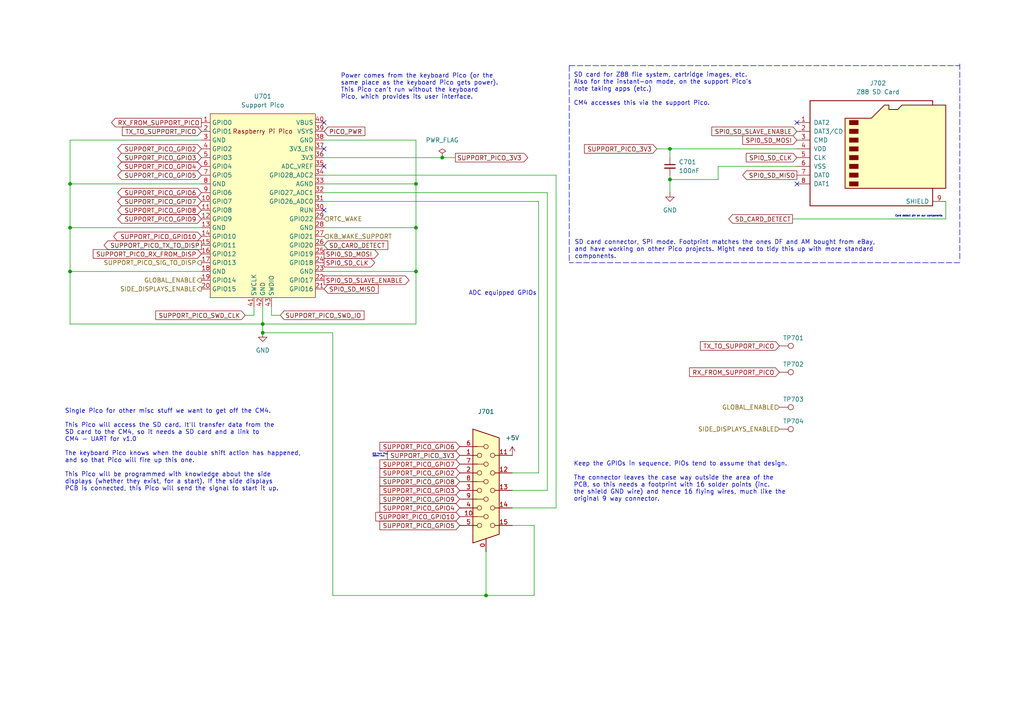
<source format=kicad_sch>
(kicad_sch (version 20231120) (generator "eeschema") (generator_version "8.0")
  (paper "A4")
  (title_block (title "Z88R - Z88 Recreated") (date "2024-08-23") (rev "20240823") (company "Fountain and Menadue"))
  (lib_symbols
    (symbol "Connector:DE15_Receptacle_HighDensity_MountingHoles" (pin_names (offset 1.016) hide)
      (property "Reference" "J" (at 0 21.59 0))
      (property "Value" "DE15_Receptacle_HighDensity_MountingHoles" (at 0 19.05 0))
      (symbol "DE15_Receptacle_HighDensity_MountingHoles_0_1"
        (circle (center -1.905 -10.16) (radius 0.635))
        (circle (center -1.905 -5.08) (radius 0.635))
        (circle (center -1.905 0) (radius 0.635))
        (circle (center -1.905 5.08) (radius 0.635))
        (circle (center -1.905 10.16) (radius 0.635))
        (circle (center 0 -7.62) (radius 0.635))
        (circle (center 0 -2.54) (radius 0.635))
        (polyline (pts (xy -3.175 7.62) (xy -0.635 7.62)))
        (polyline (pts (xy -0.635 -7.62) (xy -3.175 -7.62)))
        (polyline (pts (xy -0.635 -2.54) (xy -3.175 -2.54)))
        (polyline (pts (xy -0.635 2.54) (xy -3.175 2.54)))
        (polyline (pts (xy -0.635 12.7) (xy -3.175 12.7)))
        (polyline (pts (xy -3.81 17.78) (xy -3.81 -15.24) (xy 3.81 -12.7) (xy 3.81 15.24) (xy -3.81 17.78)) (stroke (width 0.254)) (fill (type background)))
        (circle (center 0 2.54) (radius 0.635))
        (circle (center 0 7.62) (radius 0.635))
        (circle (center 0 12.7) (radius 0.635))
        (circle (center 1.905 -10.16) (radius 0.635))
        (circle (center 1.905 -5.08) (radius 0.635))
        (circle (center 1.905 0) (radius 0.635))
        (circle (center 1.905 5.08) (radius 0.635))
        (circle (center 1.905 10.16) (radius 0.635))
      )
      (symbol "DE15_Receptacle_HighDensity_MountingHoles_1_1"
        (pin passive line (at 0 -17.78 90) (length 3.81) (name "~") (number "0"))
        (pin passive line (at -7.62 10.16 0) (length 5.08) (name "~") (number "1"))
        (pin passive line (at -7.62 -7.62 0) (length 5.08) (name "~") (number "10"))
        (pin passive line (at 7.62 10.16 180) (length 5.08) (name "~") (number "11"))
        (pin passive line (at 7.62 5.08 180) (length 5.08) (name "~") (number "12"))
        (pin passive line (at 7.62 0 180) (length 5.08) (name "~") (number "13"))
        (pin passive line (at 7.62 -5.08 180) (length 5.08) (name "~") (number "14"))
        (pin passive line (at 7.62 -10.16 180) (length 5.08) (name "~") (number "15"))
        (pin passive line (at -7.62 5.08 0) (length 5.08) (name "~") (number "2"))
        (pin passive line (at -7.62 0 0) (length 5.08) (name "~") (number "3"))
        (pin passive line (at -7.62 -5.08 0) (length 5.08) (name "~") (number "4"))
        (pin passive line (at -7.62 -10.16 0) (length 5.08) (name "~") (number "5"))
        (pin passive line (at -7.62 12.7 0) (length 5.08) (name "~") (number "6"))
        (pin passive line (at -7.62 7.62 0) (length 5.08) (name "~") (number "7"))
        (pin passive line (at -7.62 2.54 0) (length 5.08) (name "~") (number "8"))
        (pin passive line (at -7.62 -2.54 0) (length 5.08) (name "~") (number "9"))
      )
    )
    (symbol "Connector:Micro_SD_Card" (pin_names (offset 1.016))
      (property "Reference" "J" (at -16.51 15.24 0))
      (property "Value" "Micro_SD_Card" (at 16.51 15.24 0))
      (symbol "Micro_SD_Card_0_1"
        (rectangle (start -7.62 -9.525) (end -5.08 -10.795) (fill (type outline)))
        (rectangle (start -7.62 -6.985) (end -5.08 -8.255) (fill (type outline)))
        (rectangle (start -7.62 -4.445) (end -5.08 -5.715) (fill (type outline)))
        (rectangle (start -7.62 -1.905) (end -5.08 -3.175) (fill (type outline)))
        (rectangle (start -7.62 0.635) (end -5.08 -0.635) (fill (type outline)))
        (rectangle (start -7.62 3.175) (end -5.08 1.905) (fill (type outline)))
        (rectangle (start -7.62 5.715) (end -5.08 4.445) (fill (type outline)))
        (rectangle (start -7.62 8.255) (end -5.08 6.985) (fill (type outline)))
        (polyline (pts (xy 16.51 12.7) (xy 16.51 13.97) (xy -19.05 13.97) (xy -19.05 -16.51) (xy 16.51 -16.51) (xy 16.51 -11.43)) (stroke (width 0.254)))
        (polyline (pts (xy -8.89 -11.43) (xy -8.89 8.89) (xy -1.27 8.89) (xy 2.54 12.7) (xy 3.81 12.7) (xy 3.81 11.43) (xy 6.35 11.43) (xy 7.62 12.7) (xy 20.32 12.7) (xy 20.32 -11.43) (xy -8.89 -11.43)) (stroke (width 0.254)) (fill (type background)))
      )
      (symbol "Micro_SD_Card_1_1"
        (pin bidirectional line (at -22.86 7.62 0) (length 3.81) (name "DAT2") (number "1"))
        (pin bidirectional line (at -22.86 5.08 0) (length 3.81) (name "DAT3/CD") (number "2"))
        (pin input line (at -22.86 2.54 0) (length 3.81) (name "CMD") (number "3"))
        (pin power_in line (at -22.86 0 0) (length 3.81) (name "VDD") (number "4"))
        (pin input line (at -22.86 -2.54 0) (length 3.81) (name "CLK") (number "5"))
        (pin power_in line (at -22.86 -5.08 0) (length 3.81) (name "VSS") (number "6"))
        (pin bidirectional line (at -22.86 -7.62 0) (length 3.81) (name "DAT0") (number "7"))
        (pin bidirectional line (at -22.86 -10.16 0) (length 3.81) (name "DAT1") (number "8"))
        (pin passive line (at 20.32 -15.24 180) (length 3.81) (name "SHIELD") (number "9"))
      )
    )
    (symbol "Connector:TestPoint" (pin_numbers hide) (pin_names (offset 0.762) hide)
      (property "Reference" "TP" (at 0 6.858 0))
      (property "Value" "TestPoint" (at 0 5.08 0))
      (symbol "TestPoint_0_1"
        (circle (center 0 3.302) (radius 0.762))
      )
      (symbol "TestPoint_1_1"
        (pin passive line (at 0 0 90) (length 2.54) (name "1") (number "1"))
      )
    )
    (symbol "Device:C_Small" (pin_numbers hide) (pin_names (offset 0.254) hide)
      (property "Reference" "C" (at 0.254 1.778 0))
      (property "Value" "C_Small" (at 0.254 -2.032 0))
      (symbol "C_Small_0_1"
        (polyline (pts (xy -1.524 -0.508) (xy 1.524 -0.508)) (stroke (width 0.3302)))
        (polyline (pts (xy -1.524 0.508) (xy 1.524 0.508)) (stroke (width 0.3048)))
      )
      (symbol "C_Small_1_1"
        (pin passive line (at 0 2.54 270) (length 2.032) (name "~") (number "1"))
        (pin passive line (at 0 -2.54 90) (length 2.032) (name "~") (number "2"))
      )
    )
    (symbol "RP Pico:Pico"
      (property "Reference" "U" (at -13.97 27.94 0))
      (property "Value" "Pico" (at 0 19.05 0))
      (symbol "Pico_0_0"
        (text "Raspberry Pi Pico" (at 0 21.59 0) (effects (font (size 1.27 1.27))))
      )
      (symbol "Pico_0_1"
        (rectangle (start -15.24 26.67) (end 15.24 -26.67) (fill (type background)))
      )
      (symbol "Pico_1_1"
        (pin bidirectional line (at -17.78 24.13 0) (length 2.54) (name "GPIO0") (number "1"))
        (pin bidirectional line (at -17.78 1.27 0) (length 2.54) (name "GPIO7") (number "10"))
        (pin bidirectional line (at -17.78 -1.27 0) (length 2.54) (name "GPIO8") (number "11"))
        (pin bidirectional line (at -17.78 -3.81 0) (length 2.54) (name "GPIO9") (number "12"))
        (pin power_in line (at -17.78 -6.35 0) (length 2.54) (name "GND") (number "13"))
        (pin bidirectional line (at -17.78 -8.89 0) (length 2.54) (name "GPIO10") (number "14"))
        (pin bidirectional line (at -17.78 -11.43 0) (length 2.54) (name "GPIO11") (number "15"))
        (pin bidirectional line (at -17.78 -13.97 0) (length 2.54) (name "GPIO12") (number "16"))
        (pin bidirectional line (at -17.78 -16.51 0) (length 2.54) (name "GPIO13") (number "17"))
        (pin power_in line (at -17.78 -19.05 0) (length 2.54) (name "GND") (number "18"))
        (pin bidirectional line (at -17.78 -21.59 0) (length 2.54) (name "GPIO14") (number "19"))
        (pin bidirectional line (at -17.78 21.59 0) (length 2.54) (name "GPIO1") (number "2"))
        (pin bidirectional line (at -17.78 -24.13 0) (length 2.54) (name "GPIO15") (number "20"))
        (pin bidirectional line (at 17.78 -24.13 180) (length 2.54) (name "GPIO16") (number "21"))
        (pin bidirectional line (at 17.78 -21.59 180) (length 2.54) (name "GPIO17") (number "22"))
        (pin power_in line (at 17.78 -19.05 180) (length 2.54) (name "GND") (number "23"))
        (pin bidirectional line (at 17.78 -16.51 180) (length 2.54) (name "GPIO18") (number "24"))
        (pin bidirectional line (at 17.78 -13.97 180) (length 2.54) (name "GPIO19") (number "25"))
        (pin bidirectional line (at 17.78 -11.43 180) (length 2.54) (name "GPIO20") (number "26"))
        (pin bidirectional line (at 17.78 -8.89 180) (length 2.54) (name "GPIO21") (number "27"))
        (pin power_in line (at 17.78 -6.35 180) (length 2.54) (name "GND") (number "28"))
        (pin bidirectional line (at 17.78 -3.81 180) (length 2.54) (name "GPIO22") (number "29"))
        (pin power_in line (at -17.78 19.05 0) (length 2.54) (name "GND") (number "3"))
        (pin input line (at 17.78 -1.27 180) (length 2.54) (name "RUN") (number "30"))
        (pin bidirectional line (at 17.78 1.27 180) (length 2.54) (name "GPIO26_ADC0") (number "31"))
        (pin bidirectional line (at 17.78 3.81 180) (length 2.54) (name "GPIO27_ADC1") (number "32"))
        (pin power_in line (at 17.78 6.35 180) (length 2.54) (name "AGND") (number "33"))
        (pin bidirectional line (at 17.78 8.89 180) (length 2.54) (name "GPIO28_ADC2") (number "34"))
        (pin power_in line (at 17.78 11.43 180) (length 2.54) (name "ADC_VREF") (number "35"))
        (pin power_in line (at 17.78 13.97 180) (length 2.54) (name "3V3") (number "36"))
        (pin input line (at 17.78 16.51 180) (length 2.54) (name "3V3_EN") (number "37"))
        (pin bidirectional line (at 17.78 19.05 180) (length 2.54) (name "GND") (number "38"))
        (pin power_in line (at 17.78 21.59 180) (length 2.54) (name "VSYS") (number "39"))
        (pin bidirectional line (at -17.78 16.51 0) (length 2.54) (name "GPIO2") (number "4"))
        (pin power_in line (at 17.78 24.13 180) (length 2.54) (name "VBUS") (number "40"))
        (pin input line (at -2.54 -29.21 90) (length 2.54) (name "SWCLK") (number "41"))
        (pin power_in line (at 0 -29.21 90) (length 2.54) (name "GND") (number "42"))
        (pin bidirectional line (at 2.54 -29.21 90) (length 2.54) (name "SWDIO") (number "43"))
        (pin bidirectional line (at -17.78 13.97 0) (length 2.54) (name "GPIO3") (number "5"))
        (pin bidirectional line (at -17.78 11.43 0) (length 2.54) (name "GPIO4") (number "6"))
        (pin bidirectional line (at -17.78 8.89 0) (length 2.54) (name "GPIO5") (number "7"))
        (pin power_in line (at -17.78 6.35 0) (length 2.54) (name "GND") (number "8"))
        (pin bidirectional line (at -17.78 3.81 0) (length 2.54) (name "GPIO6") (number "9"))
      )
    )
    (symbol "power:+5V" (power) (pin_numbers hide) (pin_names (offset 0) hide)
      (property "Value" "+5V" (at 0 3.556 0))
      (symbol "+5V_0_1"
        (polyline (pts (xy -0.762 1.27) (xy 0 2.54)))
        (polyline (pts (xy 0 0) (xy 0 2.54)))
        (polyline (pts (xy 0 2.54) (xy 0.762 1.27)))
      )
      (symbol "+5V_1_1"
        (pin power_in line (at 0 0 90) (length 0) (name "~") (number "1"))
      )
    )
    (symbol "power:GND" (power) (pin_numbers hide) (pin_names (offset 0) hide)
      (property "Value" "GND" (at 0 -3.81 0))
      (symbol "GND_0_1"
        (polyline (pts (xy 0 0) (xy 0 -1.27) (xy 1.27 -1.27) (xy 0 -2.54) (xy -1.27 -1.27) (xy 0 -1.27)))
      )
      (symbol "GND_1_1"
        (pin power_in line (at 0 0 270) (length 0) (name "~") (number "1"))
      )
    )
    (symbol "power:PWR_FLAG" (power) (pin_numbers hide) (pin_names (offset 0) hide)
      (property "Value" "PWR_FLAG" (at 0 3.81 0))
      (symbol "PWR_FLAG_0_0"
        (pin power_out line (at 0 0 90) (length 0) (name "~") (number "1"))
      )
      (symbol "PWR_FLAG_0_1"
        (polyline (pts (xy 0 0) (xy 0 1.27) (xy -1.016 1.905) (xy 0 2.54) (xy 1.016 1.905) (xy 0 1.27)))
      )
    )
  )
  (junction (at 194.31 43.18))
  (junction (at 76.2 96.52))
  (junction (at 20.32 78.74))
  (junction (at 194.31 52.07))
  (junction (at 20.32 66.04))
  (junction (at 76.2 93.98))
  (junction (at 140.97 172.72))
  (junction (at 120.65 66.04))
  (junction (at 128.27 45.72))
  (junction (at 20.32 53.34))
  (junction (at 120.65 53.34))
  (junction (at 120.65 78.74))
  (no_connect (at 93.98 35.56))
  (no_connect (at 93.98 43.18))
  (no_connect (at 93.98 48.26))
  (no_connect (at 231.14 53.34))
  (no_connect (at 231.14 35.56))
  (no_connect (at 93.98 60.96))
  (wire (pts (xy 194.31 45.72) (xy 194.31 43.18)))
  (wire (pts (xy 120.65 66.04) (xy 120.65 78.74)))
  (wire (pts (xy 93.98 55.88) (xy 158.75 55.88)))
  (wire (pts (xy 140.97 160.02) (xy 140.97 172.72)))
  (wire (pts (xy 76.2 96.52) (xy 96.52 96.52)))
  (wire (pts (xy 161.29 50.8) (xy 161.29 147.32)))
  (polyline (pts (xy 165.1 19.05) (xy 278.384 19.05)) (stroke (width 0) (type dash)))
  (wire (pts (xy 73.66 91.44) (xy 73.66 88.9)))
  (wire (pts (xy 93.98 40.64) (xy 120.65 40.64)))
  (wire (pts (xy 274.32 63.5) (xy 274.32 58.42)))
  (wire (pts (xy 93.98 58.42) (xy 156.21 58.42)))
  (wire (pts (xy 76.2 93.98) (xy 76.2 96.52)))
  (polyline (pts (xy 278.384 76.2) (xy 165.1 76.2)) (stroke (width 0) (type dash)))
  (wire (pts (xy 154.94 172.72) (xy 154.94 152.4)))
  (wire (pts (xy 96.52 172.72) (xy 140.97 172.72)))
  (wire (pts (xy 148.59 147.32) (xy 161.29 147.32)))
  (wire (pts (xy 158.75 55.88) (xy 158.75 142.24)))
  (wire (pts (xy 132.08 45.72) (xy 128.27 45.72)))
  (wire (pts (xy 154.94 152.4) (xy 148.59 152.4)))
  (wire (pts (xy 93.98 45.72) (xy 128.27 45.72)))
  (polyline (pts (xy 165.1 19.05) (xy 165.1 76.2)) (stroke (width 0) (type dash)))
  (wire (pts (xy 208.28 52.07) (xy 194.31 52.07)))
  (wire (pts (xy 20.32 93.98) (xy 76.2 93.98)))
  (wire (pts (xy 76.2 88.9) (xy 76.2 93.98)))
  (wire (pts (xy 208.28 48.26) (xy 208.28 52.07)))
  (wire (pts (xy 96.52 96.52) (xy 96.52 172.72)))
  (wire (pts (xy 71.12 91.44) (xy 73.66 91.44)))
  (wire (pts (xy 58.42 40.64) (xy 20.32 40.64)))
  (wire (pts (xy 140.97 172.72) (xy 154.94 172.72)))
  (wire (pts (xy 20.32 78.74) (xy 58.42 78.74)))
  (wire (pts (xy 93.98 53.34) (xy 120.65 53.34)))
  (wire (pts (xy 156.21 58.42) (xy 156.21 137.16)))
  (wire (pts (xy 93.98 78.74) (xy 120.65 78.74)))
  (wire (pts (xy 194.31 52.07) (xy 194.31 50.8)))
  (wire (pts (xy 208.28 48.26) (xy 231.14 48.26)))
  (wire (pts (xy 229.87 63.5) (xy 274.32 63.5)))
  (wire (pts (xy 20.32 78.74) (xy 20.32 93.98)))
  (wire (pts (xy 20.32 66.04) (xy 58.42 66.04)))
  (wire (pts (xy 156.21 137.16) (xy 148.59 137.16)))
  (wire (pts (xy 81.28 91.44) (xy 78.74 91.44)))
  (polyline (pts (xy 185.42 22.86) (xy 185.42 22.86)) (stroke (width 0) (type dash)))
  (wire (pts (xy 20.32 53.34) (xy 20.32 66.04)))
  (wire (pts (xy 20.32 66.04) (xy 20.32 78.74)))
  (wire (pts (xy 78.74 91.44) (xy 78.74 88.9)))
  (wire (pts (xy 76.2 93.98) (xy 120.65 93.98)))
  (wire (pts (xy 158.75 142.24) (xy 148.59 142.24)))
  (wire (pts (xy 93.98 50.8) (xy 161.29 50.8)))
  (wire (pts (xy 120.65 78.74) (xy 120.65 93.98)))
  (wire (pts (xy 190.5 43.18) (xy 194.31 43.18)))
  (polyline (pts (xy 278.384 18.542) (xy 278.384 75.692)) (stroke (width 0) (type dash)))
  (wire (pts (xy 194.31 43.18) (xy 231.14 43.18)))
  (wire (pts (xy 194.31 55.88) (xy 194.31 52.07)))
  (wire (pts (xy 120.65 53.34) (xy 120.65 66.04)))
  (wire (pts (xy 93.98 66.04) (xy 120.65 66.04)))
  (wire (pts (xy 120.65 40.64) (xy 120.65 53.34)))
  (wire (pts (xy 20.32 53.34) (xy 58.42 53.34)))
  (wire (pts (xy 20.32 40.64) (xy 20.32 53.34)))
  (text "SD card for Z88 file system, cartridge images, etc.\nAlso for the instant-on mode, on the support Pico's\nnote taking apps (etc.)\n\nCM4 accesses this via the support Pico." (at 166.37 25.908 0) (effects (font (size 1.27 1.27)) (justify left)))
  (text "ADC equipped GPIOs" (at 135.89 85.09 0) (effects (font (size 1.27 1.27)) (justify left)))
  (text "Power comes from the keyboard Pico (or the\nsame place as the keyboard Pico gets power).\nThis Pico can't run without the keyboard\nPico, which provides its user interface." (at 98.806 25.146 0) (effects (font (size 1.27 1.27)) (justify left)))
  (text "Keep the GPIOs in sequence, PIOs tend to assume that design.\n\nThe connector leaves the case way outside the area of the\nPCB, so this needs a footprint with 16 solder points (inc.\nthe shield GND wire) and hence 16 flying wires, much like the\noriginal 9 way connector." (at 166.37 139.7 0) (effects (font (size 1.27 1.27)) (justify left)))
  (text "3V3 from Pico,\n300mA max" (at 107.95 132.08 0) (effects (font (size 0.4 0.4)) (justify left)))
  (text "Card detect pin on our components" (at 259.588 62.738 0) (effects (font (size 0.5 0.5)) (justify left)))
  (text "Single Pico for other misc stuff we want to get off the CM4.\n\nThis Pico will access the SD card. It'll transfer data from the\nSD card to the CM4, so it needs a SD card and a link to\nCM4 - UART for v1.0\n\nThe keyboard Pico knows when the double shift action has happened,\nand so that Pico will fire up this one.\n\nThis Pico will be programmed with knowledge about the side\ndisplays (whether they exist, for a start). If the side displays\nPCB is connected, this Pico will send the signal to start it up." (at 18.796 130.556 0) (effects (font (size 1.27 1.27)) (justify left)))
  (text "SD card connector, SPI mode. Footprint matches the ones DF and AM bought from eBay,\nand have working on other Pico projects. Might need to tidy this up with more standard\ncomponents." (at 166.624 75.184 0) (effects (font (size 1.27 1.27)) (justify left bottom)))
  (global_label "TX_TO_SUPPORT_PICO" (shape input) (at 226.06 100.33 180) (property "Intersheetrefs" "${INTERSHEET_REFS}" (effects (hide yes))))
  (global_label "SUPPORT_PICO_GPIO2" (shape bidirectional) (at 58.42 43.18 180) (property "Intersheetrefs" "${INTERSHEET_REFS}" (effects (hide yes))))
  (global_label "SD_CARD_DETECT" (shape output) (at 229.87 63.5 180) (property "Intersheetrefs" "${INTERSHEET_REFS}" (effects (hide yes))))
  (global_label "SUPPORT_PICO_GPIO10" (shape input) (at 133.35 149.86 180) (property "Intersheetrefs" "${INTERSHEET_REFS}" (effects (hide yes))))
  (global_label "SUPPORT_PICO_GPIO5" (shape input) (at 133.35 152.4 180) (property "Intersheetrefs" "${INTERSHEET_REFS}" (effects (hide yes))))
  (global_label "SUPPORT_PICO_GPIO5" (shape bidirectional) (at 58.42 50.8 180) (property "Intersheetrefs" "${INTERSHEET_REFS}" (effects (hide yes))))
  (global_label "RX_FROM_SUPPORT_PICO" (shape input) (at 226.06 107.95 180) (property "Intersheetrefs" "${INTERSHEET_REFS}" (effects (hide yes))))
  (global_label "RX_FROM_SUPPORT_PICO" (shape output) (at 58.42 35.56 180) (property "Intersheetrefs" "${INTERSHEET_REFS}" (effects (hide yes))))
  (global_label "SUPPORT_PICO_GPIO9" (shape bidirectional) (at 58.42 63.5 180) (property "Intersheetrefs" "${INTERSHEET_REFS}" (effects (hide yes))))
  (global_label "SUPPORT_PICO_3V3" (shape output) (at 132.08 45.72 0) (property "Intersheetrefs" "${INTERSHEET_REFS}" (effects (hide yes))))
  (global_label "SPI0_SD_MOSI" (shape input) (at 231.14 40.64 180) (property "Intersheetrefs" "${INTERSHEET_REFS}" (effects (hide yes))))
  (global_label "SUPPORT_PICO_3V3" (shape input) (at 190.5 43.18 180) (property "Intersheetrefs" "${INTERSHEET_REFS}" (effects (hide yes))))
  (global_label "SPI0_SD_MISO" (shape output) (at 231.14 50.8 180) (property "Intersheetrefs" "${INTERSHEET_REFS}" (effects (hide yes))))
  (global_label "TX_TO_SUPPORT_PICO" (shape input) (at 58.42 38.1 180) (property "Intersheetrefs" "${INTERSHEET_REFS}" (effects (hide yes))))
  (global_label "SUPPORT_PICO_GPIO2" (shape input) (at 133.35 137.16 180) (property "Intersheetrefs" "${INTERSHEET_REFS}" (effects (hide yes))))
  (global_label "SUPPORT_PICO_SWD_IO" (shape input) (at 81.28 91.44 0) (property "Intersheetrefs" "${INTERSHEET_REFS}" (effects (hide yes))))
  (global_label "SUPPORT_PICO_GPIO8" (shape input) (at 133.35 139.7 180) (property "Intersheetrefs" "${INTERSHEET_REFS}" (effects (hide yes))))
  (global_label "SUPPORT_PICO_3V3" (shape input) (at 133.35 132.08 180) (property "Intersheetrefs" "${INTERSHEET_REFS}" (effects (hide yes))))
  (global_label "SUPPORT_PICO_TX_TO_DISP" (shape output) (at 58.42 71.12 180) (property "Intersheetrefs" "${INTERSHEET_REFS}" (effects (hide yes))))
  (global_label "SPI0_SD_CLK" (shape input) (at 231.14 45.72 180) (property "Intersheetrefs" "${INTERSHEET_REFS}" (effects (hide yes))))
  (global_label "SUPPORT_PICO_GPIO4" (shape bidirectional) (at 58.42 48.26 180) (property "Intersheetrefs" "${INTERSHEET_REFS}" (effects (hide yes))))
  (global_label "SPI0_SD_CLK" (shape output) (at 93.98 76.2 0) (property "Intersheetrefs" "${INTERSHEET_REFS}" (effects (hide yes))))
  (global_label "SPI0_SD_MOSI" (shape output) (at 93.98 73.66 0) (property "Intersheetrefs" "${INTERSHEET_REFS}" (effects (hide yes))))
  (global_label "SUPPORT_PICO_SWD_CLK" (shape input) (at 71.12 91.44 180) (property "Intersheetrefs" "${INTERSHEET_REFS}" (effects (hide yes))))
  (global_label "SUPPORT_PICO_GPIO8" (shape bidirectional) (at 58.42 60.96 180) (property "Intersheetrefs" "${INTERSHEET_REFS}" (effects (hide yes))))
  (global_label "PICO_PWR" (shape input) (at 93.98 38.1 0) (property "Intersheetrefs" "${INTERSHEET_REFS}" (effects (hide yes))))
  (global_label "SUPPORT_PICO_GPIO7" (shape bidirectional) (at 58.42 58.42 180) (property "Intersheetrefs" "${INTERSHEET_REFS}" (effects (hide yes))))
  (global_label "SUPPORT_PICO_GPIO3" (shape bidirectional) (at 58.42 45.72 180) (property "Intersheetrefs" "${INTERSHEET_REFS}" (effects (hide yes))))
  (global_label "SUPPORT_PICO_GPIO4" (shape input) (at 133.35 147.32 180) (property "Intersheetrefs" "${INTERSHEET_REFS}" (effects (hide yes))))
  (global_label "SUPPORT_PICO_GPIO10" (shape bidirectional) (at 58.42 68.58 180) (property "Intersheetrefs" "${INTERSHEET_REFS}" (effects (hide yes))))
  (global_label "SPI0_SD_MISO" (shape input) (at 93.98 83.82 0) (property "Intersheetrefs" "${INTERSHEET_REFS}" (effects (hide yes))))
  (global_label "SPI0_SD_SLAVE_ENABLE" (shape input) (at 231.14 38.1 180) (property "Intersheetrefs" "${INTERSHEET_REFS}" (effects (hide yes))))
  (global_label "SUPPORT_PICO_GPIO6" (shape input) (at 133.35 129.54 180) (property "Intersheetrefs" "${INTERSHEET_REFS}" (effects (hide yes))))
  (global_label "SUPPORT_PICO_GPIO6" (shape bidirectional) (at 58.42 55.88 180) (property "Intersheetrefs" "${INTERSHEET_REFS}" (effects (hide yes))))
  (global_label "SUPPORT_PICO_GPIO9" (shape input) (at 133.35 144.78 180) (property "Intersheetrefs" "${INTERSHEET_REFS}" (effects (hide yes))))
  (global_label "SD_CARD_DETECT" (shape input) (at 93.98 71.12 0) (property "Intersheetrefs" "${INTERSHEET_REFS}" (effects (hide yes))))
  (global_label "SUPPORT_PICO_RX_FROM_DISP" (shape input) (at 58.42 73.66 180) (property "Intersheetrefs" "${INTERSHEET_REFS}" (effects (hide yes))))
  (global_label "SUPPORT_PICO_GPIO3" (shape input) (at 133.35 142.24 180) (property "Intersheetrefs" "${INTERSHEET_REFS}" (effects (hide yes))))
  (global_label "SUPPORT_PICO_GPIO7" (shape input) (at 133.35 134.62 180) (property "Intersheetrefs" "${INTERSHEET_REFS}" (effects (hide yes))))
  (global_label "SPI0_SD_SLAVE_ENABLE" (shape output) (at 93.98 81.28 0) (property "Intersheetrefs" "${INTERSHEET_REFS}" (effects (hide yes))))
  (hierarchical_label "SUPPORT_PICO_SIG_TO_DISP" (shape output) (at 58.42 76.2 180))
  (hierarchical_label "GLOBAL_ENABLE" (shape input) (at 226.06 118.11 180))
  (hierarchical_label "SIDE_DISPLAYS_ENABLE" (shape output) (at 58.42 83.82 180))
  (hierarchical_label "RTC_WAKE" (shape input) (at 93.98 63.5 0))
  (hierarchical_label "KB_WAKE_SUPPORT" (shape input) (at 93.98 68.58 0))
  (hierarchical_label "SIDE_DISPLAYS_ENABLE" (shape input) (at 226.06 124.46 180))
  (hierarchical_label "GLOBAL_ENABLE" (shape output) (at 58.42 81.28 180))
  (symbol (lib_id "power:PWR_FLAG") (at 128.27 45.72 0) (unit 1)
    (property "Reference" "#FLG0701" (effects (hide yes)))
    (property "Value" "PWR_FLAG" (at 128.27 40.64 0))
    (property "Description" "Special symbol for telling ERC where power comes from" (effects (hide yes)))
  )
  (symbol (lib_id "power:GND") (at 194.31 55.88 0) (unit 1)
    (property "Reference" "#PWR0702" (effects (hide yes)))
    (property "Value" "GND" (at 194.31 60.96 0))
    (property "Description" "Power symbol creates a global label with name \"GND\" , ground" (effects (hide yes)))
  )
  (symbol (lib_id "power:GND") (at 76.2 96.52 0) (unit 1)
    (property "Reference" "#PWR0701" (effects (hide yes)))
    (property "Value" "GND" (at 76.2 101.6 0))
    (property "Description" "Power symbol creates a global label with name \"GND\" , ground" (effects (hide yes)))
  )
  (symbol (lib_id "power:+5V") (at 148.59 132.08 0) (unit 1)
    (property "Reference" "#PWR0703" (effects (hide yes)))
    (property "Value" "+5V" (at 148.59 127 0))
    (property "Description" "Power symbol creates a global label with name \"+5V\"" (effects (hide yes)))
  )
  (symbol (lib_id "Connector:TestPoint") (at 226.06 100.33 270) (unit 1)
    (property "Reference" "TP701" (at 227.076 98.044 90) (effects (justify left)))
    (property "Value" "TX to SP" (effects (hide yes)))
    (property "Footprint" "TestPoint:TestPoint_THTPad_D2.0mm_Drill1.0mm" (effects (hide yes)))
    (property "Description" "test point" (effects (hide yes)))
  )
  (symbol (lib_id "Device:C_Small") (at 194.31 48.26 0) (unit 1)
    (property "Reference" "C701" (at 196.85 46.9962 0) (effects (justify left)))
    (property "Value" "100nF" (at 196.85 49.5362 0) (effects (justify left)))
    (property "Footprint" "Capacitor_SMD:C_0805_2012Metric_Pad1.18x1.45mm_HandSolder" (effects (hide yes)))
    (property "Description" "Unpolarized capacitor, small symbol" (effects (hide yes)))
  )
  (symbol (lib_id "Connector:TestPoint") (at 226.06 124.46 270) (unit 1)
    (property "Reference" "TP704" (at 227.076 122.174 90) (effects (justify left)))
    (property "Value" "SIDE DISP EN" (effects (hide yes)))
    (property "Footprint" "TestPoint:TestPoint_THTPad_D2.0mm_Drill1.0mm" (effects (hide yes)))
    (property "Description" "test point" (effects (hide yes)))
  )
  (symbol (lib_id "Connector:TestPoint") (at 226.06 107.95 270) (unit 1)
    (property "Reference" "TP702" (at 227.076 105.664 90) (effects (justify left)))
    (property "Value" "RX fr SP" (effects (hide yes)))
    (property "Footprint" "TestPoint:TestPoint_THTPad_D2.0mm_Drill1.0mm" (effects (hide yes)))
    (property "Description" "test point" (effects (hide yes)))
  )
  (symbol (lib_id "RP Pico:Pico") (at 76.2 59.69 0) (unit 1)
    (property "Reference" "U701" (at 76.2 27.94 0))
    (property "Value" "Support Pico" (at 76.2 30.48 0))
    (property "Footprint" "Pico:RPi_Pico_SMD_TH" (effects (hide yes)))
  )
  (symbol (lib_id "Connector:Micro_SD_Card") (at 254 43.18 0) (unit 1)
    (property "Reference" "J702" (at 254.635 24.13 0))
    (property "Value" "Z88 SD Card" (at 254.635 26.67 0))
    (property "Footprint" "AJM:Conn_uSDcard" (effects (hide yes)))
    (property "Datasheet" "http://katalog.we-online.de/em/datasheet/693072010801.pdf" (effects (hide yes)))
    (property "Description" "Micro SD Card Socket" (effects (hide yes)))
  )
  (symbol (lib_id "Connector:TestPoint") (at 226.06 118.11 270) (unit 1)
    (property "Reference" "TP703" (at 227.076 115.824 90) (effects (justify left)))
    (property "Value" "GL EN" (effects (hide yes)))
    (property "Footprint" "TestPoint:TestPoint_THTPad_D2.0mm_Drill1.0mm" (effects (hide yes)))
    (property "Description" "test point" (effects (hide yes)))
  )
  (symbol (lib_id "Connector:DE15_Receptacle_HighDensity_MountingHoles") (at 140.97 142.24 0) (unit 1)
    (property "Reference" "J701" (at 140.97 119.38 0))
    (property "Value" "DE15_Receptacle_HighDensity_MountingHoles" (effects (hide yes)))
    (property "Footprint" "Connector_Dsub:DSUB-15-HD_Female_Vertical_P2.29x1.98mm_MountingHoles" (effects (hide yes)))
    (property "Description" "15-pin female receptacle socket D-SUB connector, High density (3 columns), Triple Row, Generic, VGA-connector, Mounting Hole" (effects (hide yes)))
  )
)
</source>
